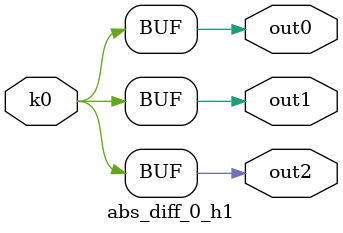
<source format=v>
module abs_diff_0(pi0, pi1, pi2, pi3, pi4, pi5, po0, po1, po2);
input pi0, pi1, pi2, pi3, pi4, pi5;
output po0, po1, po2;
wire k0;
abs_diff_0_w1 DUT1 (pi0, pi1, pi2, pi3, pi4, pi5, k0);
abs_diff_0_h1 DUT2 (k0, po0, po1, po2);
endmodule

module abs_diff_0_w1(in5, in4, in3, in2, in1, in0, k0);
input in5, in4, in3, in2, in1, in0;
output k0;
assign k0 =   (((in5 & (~in3 | in1)) | (~in3 & in1)) & (~in4 | in2)) | (~in4 & in2);
endmodule

module abs_diff_0_h1(k0, out2, out1, out0);
input k0;
output out2, out1, out0;
assign out0 = k0;
assign out1 = k0;
assign out2 = k0;
endmodule

</source>
